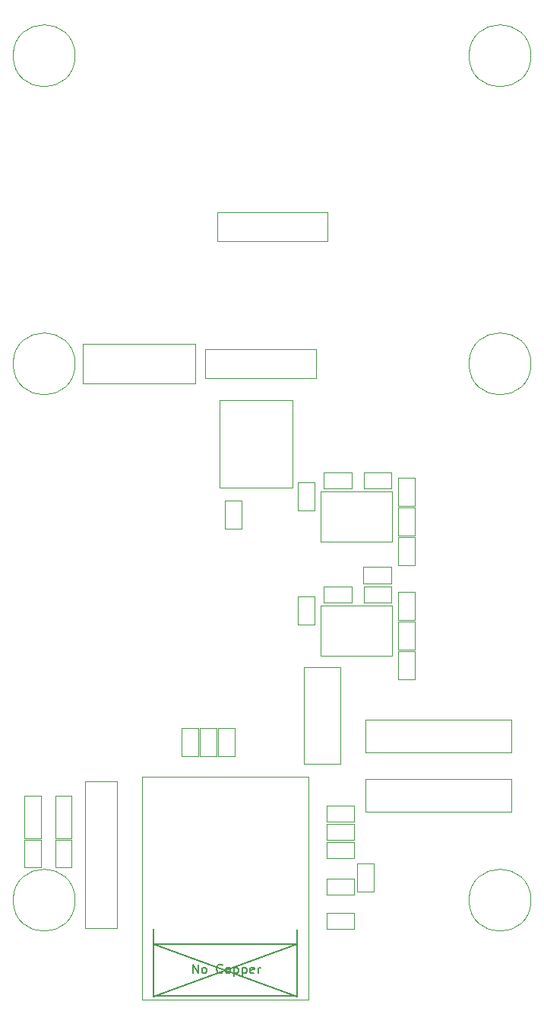
<source format=gbr>
G04 #@! TF.GenerationSoftware,KiCad,Pcbnew,(5.0.1)-4*
G04 #@! TF.CreationDate,2019-02-15T22:12:16-03:00*
G04 #@! TF.ProjectId,reflow,7265666C6F772E6B696361645F706362,rev?*
G04 #@! TF.SameCoordinates,Original*
G04 #@! TF.FileFunction,Other,User*
%FSLAX46Y46*%
G04 Gerber Fmt 4.6, Leading zero omitted, Abs format (unit mm)*
G04 Created by KiCad (PCBNEW (5.0.1)-4) date 15/2/2019 22:12:16*
%MOMM*%
%LPD*%
G01*
G04 APERTURE LIST*
%ADD10C,0.050000*%
%ADD11C,0.152400*%
%ADD12C,0.150000*%
G04 APERTURE END LIST*
D10*
G04 #@! TO.C,C11*
X167016000Y-83794000D02*
X167016000Y-86894000D01*
X167016000Y-83794000D02*
X165216000Y-83794000D01*
X165216000Y-86894000D02*
X167016000Y-86894000D01*
X165216000Y-86894000D02*
X165216000Y-83794000D01*
G04 #@! TO.C,C7*
X156880000Y-83174000D02*
X159980000Y-83174000D01*
X156880000Y-83174000D02*
X156880000Y-84974000D01*
X159980000Y-84974000D02*
X159980000Y-83174000D01*
X159980000Y-84974000D02*
X156880000Y-84974000D01*
G04 #@! TO.C,C8*
X164430000Y-84974000D02*
X161330000Y-84974000D01*
X164430000Y-84974000D02*
X164430000Y-83174000D01*
X161330000Y-83174000D02*
X161330000Y-84974000D01*
X161330000Y-83174000D02*
X164430000Y-83174000D01*
G04 #@! TO.C,C9*
X165216000Y-93498000D02*
X165216000Y-90398000D01*
X165216000Y-93498000D02*
X167016000Y-93498000D01*
X167016000Y-90398000D02*
X165216000Y-90398000D01*
X167016000Y-90398000D02*
X167016000Y-93498000D01*
G04 #@! TO.C,U4*
X164478000Y-85338000D02*
X156578000Y-85338000D01*
X164478000Y-90938000D02*
X156578000Y-90938000D01*
X156578000Y-90938000D02*
X156578000Y-85338000D01*
X164478000Y-90938000D02*
X164478000Y-85338000D01*
G04 #@! TO.C,C10*
X165216000Y-90196000D02*
X165216000Y-87096000D01*
X165216000Y-90196000D02*
X167016000Y-90196000D01*
X167016000Y-87096000D02*
X165216000Y-87096000D01*
X167016000Y-87096000D02*
X167016000Y-90196000D01*
G04 #@! TO.C,J4*
X130280000Y-121180000D02*
X133880000Y-121180000D01*
X130280000Y-104880000D02*
X130280000Y-121180000D01*
X133880000Y-104880000D02*
X130280000Y-104880000D01*
X133880000Y-121180000D02*
X133880000Y-104880000D01*
G04 #@! TO.C,U3*
X155158000Y-120896000D02*
X155158000Y-129146000D01*
X155158000Y-129146000D02*
X137658000Y-129146000D01*
X137658000Y-129146000D02*
X136658000Y-129146000D01*
X136658000Y-129146000D02*
X136658000Y-104396000D01*
X136658000Y-104396000D02*
X155158000Y-104396000D01*
X155158000Y-104396000D02*
X155158000Y-120896000D01*
D11*
X153924000Y-128778000D02*
X137922000Y-128778000D01*
X137922000Y-128778000D02*
X137922000Y-121285000D01*
X153924000Y-128778000D02*
X153924000Y-121412000D01*
X137916000Y-128796000D02*
X153916000Y-122996000D01*
X153916000Y-128796000D02*
X137916000Y-122996000D01*
X153916000Y-122996000D02*
X137916000Y-122996000D01*
D10*
G04 #@! TO.C,U1*
X145262000Y-62420000D02*
X145262000Y-72220000D01*
X153412000Y-62420000D02*
X145262000Y-62420000D01*
X153412000Y-72220000D02*
X153412000Y-62420000D01*
X145262000Y-72220000D02*
X153412000Y-72220000D01*
G04 #@! TO.C,R1*
X143690000Y-60020000D02*
X155990000Y-60020000D01*
X143690000Y-56820000D02*
X143690000Y-60020000D01*
X155990000Y-56820000D02*
X143690000Y-56820000D01*
X155990000Y-60020000D02*
X155990000Y-56820000D01*
G04 #@! TO.C,R2*
X145000000Y-41580000D02*
X145000000Y-44780000D01*
X145000000Y-44780000D02*
X157300000Y-44780000D01*
X157300000Y-44780000D02*
X157300000Y-41580000D01*
X157300000Y-41580000D02*
X145000000Y-41580000D01*
G04 #@! TO.C,J3*
X161522000Y-98022000D02*
X161522000Y-101622000D01*
X177822000Y-98022000D02*
X161522000Y-98022000D01*
X177822000Y-101622000D02*
X177822000Y-98022000D01*
X161522000Y-101622000D02*
X177822000Y-101622000D01*
G04 #@! TO.C,C1*
X154718000Y-92136000D02*
X154718000Y-102936000D01*
X158718000Y-92136000D02*
X154718000Y-92136000D01*
X158718000Y-102936000D02*
X158718000Y-92136000D01*
X154718000Y-102936000D02*
X158718000Y-102936000D01*
G04 #@! TO.C,J5*
X161522000Y-104626000D02*
X161522000Y-108226000D01*
X177822000Y-104626000D02*
X161522000Y-104626000D01*
X177822000Y-108226000D02*
X177822000Y-104626000D01*
X161522000Y-108226000D02*
X177822000Y-108226000D01*
G04 #@! TO.C,U5*
X164478000Y-78238000D02*
X164478000Y-72638000D01*
X156578000Y-78238000D02*
X156578000Y-72638000D01*
X164478000Y-78238000D02*
X156578000Y-78238000D01*
X164478000Y-72638000D02*
X156578000Y-72638000D01*
G04 #@! TO.C,C2*
X159980000Y-72274000D02*
X156880000Y-72274000D01*
X159980000Y-72274000D02*
X159980000Y-70474000D01*
X156880000Y-70474000D02*
X156880000Y-72274000D01*
X156880000Y-70474000D02*
X159980000Y-70474000D01*
G04 #@! TO.C,C3*
X161330000Y-70474000D02*
X164430000Y-70474000D01*
X161330000Y-70474000D02*
X161330000Y-72274000D01*
X164430000Y-72274000D02*
X164430000Y-70474000D01*
X164430000Y-72274000D02*
X161330000Y-72274000D01*
G04 #@! TO.C,C4*
X167016000Y-77698000D02*
X167016000Y-80798000D01*
X167016000Y-77698000D02*
X165216000Y-77698000D01*
X165216000Y-80798000D02*
X167016000Y-80798000D01*
X165216000Y-80798000D02*
X165216000Y-77698000D01*
G04 #@! TO.C,C5*
X167016000Y-74396000D02*
X167016000Y-77496000D01*
X167016000Y-74396000D02*
X165216000Y-74396000D01*
X165216000Y-77496000D02*
X167016000Y-77496000D01*
X165216000Y-77496000D02*
X165216000Y-74396000D01*
G04 #@! TO.C,C6*
X165216000Y-74194000D02*
X165216000Y-71094000D01*
X165216000Y-74194000D02*
X167016000Y-74194000D01*
X167016000Y-71094000D02*
X165216000Y-71094000D01*
X167016000Y-71094000D02*
X167016000Y-74194000D01*
G04 #@! TO.C,R3*
X160300000Y-121296000D02*
X157200000Y-121296000D01*
X160300000Y-121296000D02*
X160300000Y-119496000D01*
X157200000Y-119496000D02*
X157200000Y-121296000D01*
X157200000Y-119496000D02*
X160300000Y-119496000D01*
G04 #@! TO.C,R4*
X157200000Y-115686000D02*
X160300000Y-115686000D01*
X157200000Y-115686000D02*
X157200000Y-117486000D01*
X160300000Y-117486000D02*
X160300000Y-115686000D01*
X160300000Y-117486000D02*
X157200000Y-117486000D01*
G04 #@! TO.C,R5*
X145150000Y-102054000D02*
X145150000Y-98954000D01*
X145150000Y-102054000D02*
X146950000Y-102054000D01*
X146950000Y-98954000D02*
X145150000Y-98954000D01*
X146950000Y-98954000D02*
X146950000Y-102054000D01*
G04 #@! TO.C,R6*
X144918000Y-98954000D02*
X144918000Y-102054000D01*
X144918000Y-98954000D02*
X143118000Y-98954000D01*
X143118000Y-102054000D02*
X144918000Y-102054000D01*
X143118000Y-102054000D02*
X143118000Y-98954000D01*
G04 #@! TO.C,R7*
X141086000Y-102054000D02*
X141086000Y-98954000D01*
X141086000Y-102054000D02*
X142886000Y-102054000D01*
X142886000Y-98954000D02*
X141086000Y-98954000D01*
X142886000Y-98954000D02*
X142886000Y-102054000D01*
G04 #@! TO.C,R12*
X162444000Y-114020000D02*
X162444000Y-117120000D01*
X162444000Y-114020000D02*
X160644000Y-114020000D01*
X160644000Y-117120000D02*
X162444000Y-117120000D01*
X160644000Y-117120000D02*
X160644000Y-114020000D01*
G04 #@! TO.C,R13*
X160300000Y-113422000D02*
X157200000Y-113422000D01*
X160300000Y-113422000D02*
X160300000Y-111622000D01*
X157200000Y-111622000D02*
X157200000Y-113422000D01*
X157200000Y-111622000D02*
X160300000Y-111622000D01*
G04 #@! TO.C,R14*
X157200000Y-109590000D02*
X160300000Y-109590000D01*
X157200000Y-109590000D02*
X157200000Y-111390000D01*
X160300000Y-111390000D02*
X160300000Y-109590000D01*
X160300000Y-111390000D02*
X157200000Y-111390000D01*
G04 #@! TO.C,R15*
X157200000Y-107558000D02*
X160300000Y-107558000D01*
X157200000Y-107558000D02*
X157200000Y-109358000D01*
X160300000Y-109358000D02*
X160300000Y-107558000D01*
X160300000Y-109358000D02*
X157200000Y-109358000D01*
G04 #@! TO.C,R8*
X154040000Y-87402000D02*
X154040000Y-84302000D01*
X154040000Y-87402000D02*
X155840000Y-87402000D01*
X155840000Y-84302000D02*
X154040000Y-84302000D01*
X155840000Y-84302000D02*
X155840000Y-87402000D01*
G04 #@! TO.C,R9*
X155840000Y-71602000D02*
X155840000Y-74702000D01*
X155840000Y-71602000D02*
X154040000Y-71602000D01*
X154040000Y-74702000D02*
X155840000Y-74702000D01*
X154040000Y-74702000D02*
X154040000Y-71602000D01*
G04 #@! TO.C,R10*
X145912000Y-76734000D02*
X145912000Y-73634000D01*
X145912000Y-76734000D02*
X147712000Y-76734000D01*
X147712000Y-73634000D02*
X145912000Y-73634000D01*
X147712000Y-73634000D02*
X147712000Y-76734000D01*
G04 #@! TO.C,MH1*
X179980000Y-24130000D02*
G75*
G03X179980000Y-24130000I-3450000J0D01*
G01*
G04 #@! TO.C,MH2*
X129180000Y-118110000D02*
G75*
G03X129180000Y-118110000I-3450000J0D01*
G01*
G04 #@! TO.C,MH3*
X129180000Y-24130000D02*
G75*
G03X129180000Y-24130000I-3450000J0D01*
G01*
G04 #@! TO.C,MH4*
X179980000Y-58420000D02*
G75*
G03X179980000Y-58420000I-3450000J0D01*
G01*
G04 #@! TO.C,MH5*
X129180000Y-58420000D02*
G75*
G03X129180000Y-58420000I-3450000J0D01*
G01*
G04 #@! TO.C,MH6*
X179980000Y-118110000D02*
G75*
G03X179980000Y-118110000I-3450000J0D01*
G01*
G04 #@! TO.C,RV1*
X142581000Y-60555000D02*
X142581000Y-56155000D01*
X130081000Y-60555000D02*
X130081000Y-56155000D01*
X142581000Y-60555000D02*
X130081000Y-60555000D01*
X142581000Y-56155000D02*
X130081000Y-56155000D01*
G04 #@! TO.C,R11*
X123560000Y-114453000D02*
X123560000Y-111353000D01*
X123560000Y-114453000D02*
X125360000Y-114453000D01*
X125360000Y-111353000D02*
X123560000Y-111353000D01*
X125360000Y-111353000D02*
X125360000Y-114453000D01*
G04 #@! TO.C,R16*
X128789000Y-111353000D02*
X128789000Y-114453000D01*
X128789000Y-111353000D02*
X126989000Y-111353000D01*
X126989000Y-114453000D02*
X128789000Y-114453000D01*
X126989000Y-114453000D02*
X126989000Y-111353000D01*
G04 #@! TO.C,D2*
X125360000Y-106489000D02*
X125360000Y-111189000D01*
X125360000Y-106489000D02*
X123560000Y-106489000D01*
X123560000Y-111189000D02*
X125360000Y-111189000D01*
X123560000Y-111189000D02*
X123560000Y-106489000D01*
G04 #@! TO.C,D3*
X126989000Y-111189000D02*
X126989000Y-106489000D01*
X126989000Y-111189000D02*
X128789000Y-111189000D01*
X128789000Y-106489000D02*
X126989000Y-106489000D01*
X128789000Y-106489000D02*
X128789000Y-111189000D01*
G04 #@! TO.C,C12*
X164414800Y-82840400D02*
X161314800Y-82840400D01*
X164414800Y-82840400D02*
X164414800Y-81040400D01*
X161314800Y-81040400D02*
X161314800Y-82840400D01*
X161314800Y-81040400D02*
X164414800Y-81040400D01*
G04 #@! TD*
G04 #@! TO.C,U3*
D12*
X142301714Y-126248380D02*
X142301714Y-125248380D01*
X142873142Y-126248380D01*
X142873142Y-125248380D01*
X143492190Y-126248380D02*
X143396952Y-126200761D01*
X143349333Y-126153142D01*
X143301714Y-126057904D01*
X143301714Y-125772190D01*
X143349333Y-125676952D01*
X143396952Y-125629333D01*
X143492190Y-125581714D01*
X143635047Y-125581714D01*
X143730285Y-125629333D01*
X143777904Y-125676952D01*
X143825523Y-125772190D01*
X143825523Y-126057904D01*
X143777904Y-126153142D01*
X143730285Y-126200761D01*
X143635047Y-126248380D01*
X143492190Y-126248380D01*
X145587428Y-126153142D02*
X145539809Y-126200761D01*
X145396952Y-126248380D01*
X145301714Y-126248380D01*
X145158857Y-126200761D01*
X145063619Y-126105523D01*
X145016000Y-126010285D01*
X144968380Y-125819809D01*
X144968380Y-125676952D01*
X145016000Y-125486476D01*
X145063619Y-125391238D01*
X145158857Y-125296000D01*
X145301714Y-125248380D01*
X145396952Y-125248380D01*
X145539809Y-125296000D01*
X145587428Y-125343619D01*
X146158857Y-126248380D02*
X146063619Y-126200761D01*
X146016000Y-126153142D01*
X145968380Y-126057904D01*
X145968380Y-125772190D01*
X146016000Y-125676952D01*
X146063619Y-125629333D01*
X146158857Y-125581714D01*
X146301714Y-125581714D01*
X146396952Y-125629333D01*
X146444571Y-125676952D01*
X146492190Y-125772190D01*
X146492190Y-126057904D01*
X146444571Y-126153142D01*
X146396952Y-126200761D01*
X146301714Y-126248380D01*
X146158857Y-126248380D01*
X146920761Y-125581714D02*
X146920761Y-126581714D01*
X146920761Y-125629333D02*
X147016000Y-125581714D01*
X147206476Y-125581714D01*
X147301714Y-125629333D01*
X147349333Y-125676952D01*
X147396952Y-125772190D01*
X147396952Y-126057904D01*
X147349333Y-126153142D01*
X147301714Y-126200761D01*
X147206476Y-126248380D01*
X147016000Y-126248380D01*
X146920761Y-126200761D01*
X147825523Y-125581714D02*
X147825523Y-126581714D01*
X147825523Y-125629333D02*
X147920761Y-125581714D01*
X148111238Y-125581714D01*
X148206476Y-125629333D01*
X148254095Y-125676952D01*
X148301714Y-125772190D01*
X148301714Y-126057904D01*
X148254095Y-126153142D01*
X148206476Y-126200761D01*
X148111238Y-126248380D01*
X147920761Y-126248380D01*
X147825523Y-126200761D01*
X149111238Y-126200761D02*
X149016000Y-126248380D01*
X148825523Y-126248380D01*
X148730285Y-126200761D01*
X148682666Y-126105523D01*
X148682666Y-125724571D01*
X148730285Y-125629333D01*
X148825523Y-125581714D01*
X149016000Y-125581714D01*
X149111238Y-125629333D01*
X149158857Y-125724571D01*
X149158857Y-125819809D01*
X148682666Y-125915047D01*
X149587428Y-126248380D02*
X149587428Y-125581714D01*
X149587428Y-125772190D02*
X149635047Y-125676952D01*
X149682666Y-125629333D01*
X149777904Y-125581714D01*
X149873142Y-125581714D01*
G04 #@! TD*
M02*

</source>
